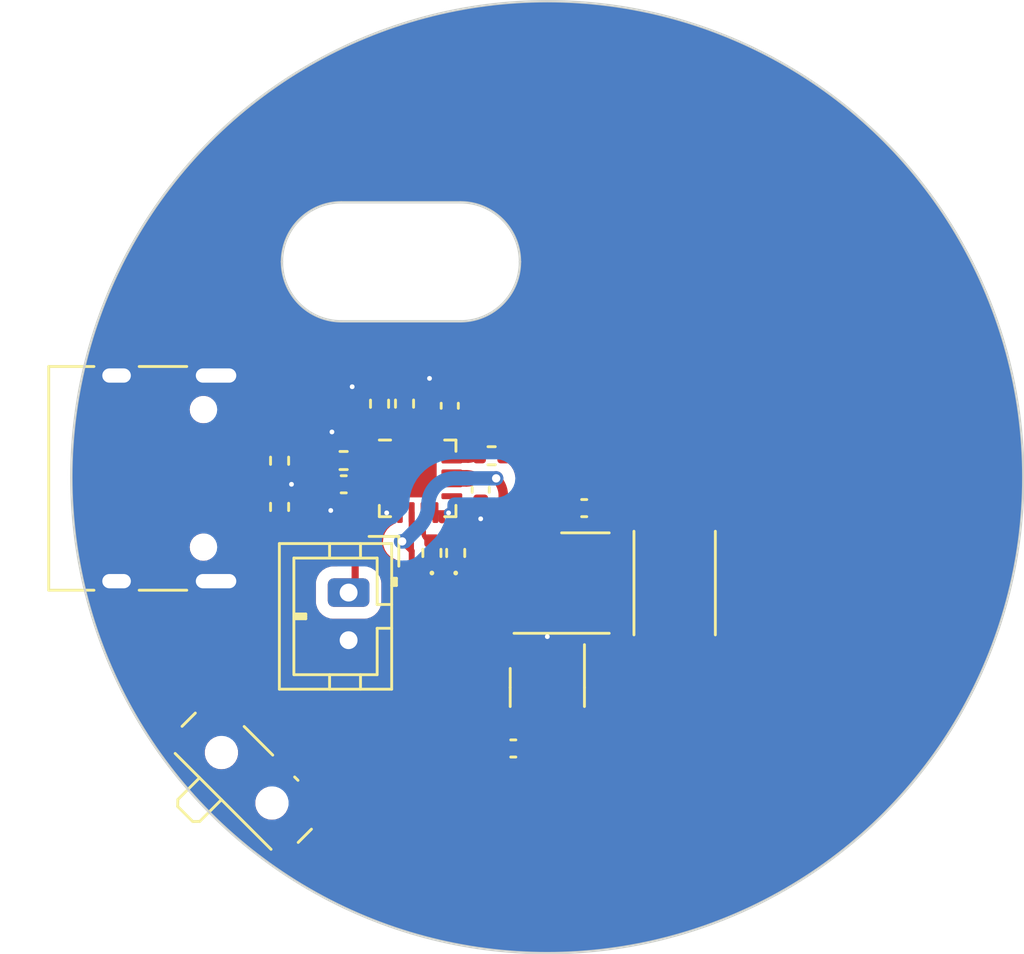
<source format=kicad_pcb>
(kicad_pcb (version 20221018) (generator pcbnew)
  (layers (0 "F.Cu" signal) (31 "B.Cu" signal) (34 "B.Paste" user) (35 "F.Paste" user) (36 "B.SilkS" user "B.Silkscreen") (37 "F.SilkS" user "F.Silkscreen") (38 "B.Mask" user) (39 "F.Mask" user) (44 "Edge.Cuts" user))
  (net 0 "")
  (net 1 "OUT")
  (net 2 "GND")
  (net 3 "Net-(J2-Pin_1)")
  (net 4 "VBUS")
  (net 5 "Net-(D1-K)")
  (net 6 "Net-(D2-K)")
  (net 7 "Net-(J1-CC1)")
  (net 11 "Net-(J1-CC2)")
  (net 15 "Net-(MainLED1-A)")
  (net 16 "Net-(U1-ITERM)")
  (net 17 "Net-(U1-ILIM)")
  (net 18 "Net-(U1-ISET)")
  (net 19 "Net-(U1-~{CHG})")
  (net 20 "Net-(U1-~{PGOOD})")
  (net 21 "Net-(U1-TS)")
  (net 22 "SWITCHED_OUT")
  (net 24 "Net-(MainLED1-K)")
  (net 25 "Net-(U2-SW)")
  (footprint "LED_SMD:LED_0402_1005Metric" (layer "F.Cu") (at 34.1 40.0675 -90)
    (fp_text reference "D1")
    (fp_text value "0402 led")
    (fp_circle (center -1.09 0) (end -1.04 0) (stroke (width 0.1)) (fill none) (layer "F.SilkS"))
    (pad "1" smd roundrect (at -0.485 0 270) (size 0.59 0.64) (layers "F.Cu" "F.Paste" "F.Mask") (net 5 "Net-(D1-K)"))
    (pad "2" smd roundrect (at 0.485 0 270) (size 0.59 0.64) (layers "F.Cu" "F.Paste" "F.Mask") (net 1 "OUT"))
  )
  (footprint "Inductor_SMD_Wurth:L_Wurth_WE-LQSH-4020" (layer "F.Cu") (at 39.55 39.4)
    (fp_text reference "L1")
    (fp_text value "2.2uH 4020")
    (fp_line (start -2 2.11) (end 2 2.11) (stroke (width 0.12)) (layer "F.SilkS"))
    (fp_line (start 0 -2.11) (end 2 -2.11) (stroke (width 0.12)) (layer "F.SilkS"))
    (pad "1" smd rect (at -1.55 0) (size 1.2 3.3) (layers "F.Cu" "F.Paste" "F.Mask") (net 25 "Net-(U2-SW)"))
    (pad "2" smd rect (at 1.55 0) (size 1.2 3.3) (layers "F.Cu" "F.Paste" "F.Mask") (net 15 "Net-(MainLED1-A)"))
  )
  (footprint "Resistor_SMD:R_2512_6332Metric" (layer "F.Cu") (at 44.3 39.4 90)
    (fp_text reference "R9")
    (fp_text value "400mΩ 2512")
    (fp_line (start -2.177064 -1.71) (end 2.177064 -1.71) (stroke (width 0.12)) (layer "F.SilkS"))
    (fp_line (start -2.177064 1.71) (end 2.177064 1.71) (stroke (width 0.12)) (layer "F.SilkS"))
    (pad "1" smd roundrect (at -2.9625 0 90) (size 1.225 3.35) (layers "F.Cu" "F.Paste" "F.Mask") (roundrect_rratio 0.2040816327) (net 24 "Net-(MainLED1-K)"))
    (pad "2" smd roundrect (at 2.9625 0 90) (size 1.225 3.35) (layers "F.Cu" "F.Paste" "F.Mask") (roundrect_rratio 0.2040816327) (net 2 "GND"))
  )
  (footprint "VJLPE1:VJLPE1" (layer "F.Cu") (at 38.95 36.15 90)
    (fp_text reference "MainLED2")
    (fp_text value "GW VJLPE1")
    (pad "1" smd custom (at 0 -0.3125 180) (size 0.285 0.91) (layers "F.Cu" "F.Paste" "F.Mask") (net 24 "Net-(MainLED1-K)") (options (clearance outline) (anchor rect)) (primitives (gr_poly (pts (xy -0.1875 0.051) (xy -0.1875 0.455) (xy 0.1425 0.455) (xy 0.1425 -0.455) (xy -0.1875 -0.455) (xy -0.1875 -0.05) (xy -0.1465 0)) (width 0) (fill yes))))
    (pad "2" smd rect (at 0 0.29 180) (size 0.33 0.91) (layers "F.Cu" "F.Paste" "F.Mask") (net 15 "Net-(MainLED1-A)"))
  )
  (footprint "Button_Switch_SMD:SW_SPDT_PCM12" (layer "F.Cu") (at 26.55 47.35 -45)
    (fp_text reference "SW1")
    (fp_text value "SW_SPDT")
    (fp_line (start -3.45 -0.07) (end -3.45 0.72) (stroke (width 0.12)) (layer "F.SilkS"))
    (fp_line (start -2.85 1.73) (end 2.85 1.73) (stroke (width 0.12)) (layer "F.SilkS"))
    (fp_line (start -1.6 -1.12) (end 0.1 -1.12) (stroke (width 0.12)) (layer "F.SilkS"))
    (fp_line (start -1.4 1.73) (end -1.4 3.02) (stroke (width 0.12)) (layer "F.SilkS"))
    (fp_line (start -1.4 3.02) (end -1.2 3.23) (stroke (width 0.12)) (layer "F.SilkS"))
    (fp_line (start -1.2 3.23) (end -0.3 3.23) (stroke (width 0.12)) (layer "F.SilkS"))
    (fp_line (start -0.1 3.02) (end -0.3 3.23) (stroke (width 0.12)) (layer "F.SilkS"))
    (fp_line (start -0.1 3.02) (end -0.1 1.73) (stroke (width 0.12)) (layer "F.SilkS"))
    (fp_line (start 1.4 -1.12) (end 1.6 -1.12) (stroke (width 0.12)) (layer "F.SilkS"))
    (fp_line (start 3.45 0.72) (end 3.45 -0.07) (stroke (width 0.12)) (layer "F.SilkS"))
    (pad "" smd rect (at -3.65 -0.78 315) (size 1 0.8) (layers "F.Cu" "F.Paste" "F.Mask"))
    (pad "" smd rect (at -3.65 1.43 315) (size 1 0.8) (layers "F.Cu" "F.Paste" "F.Mask"))
    (pad "" np_thru_hole circle (at -1.5 0.33 315) (size 0.9 0.9) (drill 0.9) (layers "*.Cu" "*.Mask"))
    (pad "" np_thru_hole circle (at 1.5 0.33 315) (size 0.9 0.9) (drill 0.9) (layers "*.Cu" "*.Mask"))
    (pad "" smd rect (at 3.65 -0.78 315) (size 1 0.8) (layers "F.Cu" "F.Paste" "F.Mask"))
    (pad "" smd rect (at 3.65 1.43 315) (size 1 0.8) (layers "F.Cu" "F.Paste" "F.Mask"))
    (pad "1" smd rect (at -2.25 -1.43 315) (size 0.7 1.5) (layers "F.Cu" "F.Paste" "F.Mask"))
    (pad "2" smd rect (at 0.75 -1.43 315) (size 0.7 1.5) (layers "F.Cu" "F.Paste" "F.Mask") (net 1 "OUT"))
    (pad "3" smd rect (at 2.25 -1.43 315) (size 0.7 1.5) (layers "F.Cu" "F.Paste" "F.Mask") (net 22 "SWITCHED_OUT"))
  )
  (footprint "Capacitor_SMD:C_0402_1005Metric" (layer "F.Cu") (at 40.5 36.25)
    (fp_text reference "C5")
    (fp_text value "0402 4.7uF")
    (fp_line (start -0.107836 -0.36) (end 0.107836 -0.36) (stroke (width 0.12)) (layer "F.SilkS"))
    (fp_line (start -0.107836 0.36) (end 0.107836 0.36) (stroke (width 0.12)) (layer "F.SilkS"))
    (pad "1" smd roundrect (at -0.48 0) (size 0.56 0.62) (layers "F.Cu" "F.Paste" "F.Mask") (net 15 "Net-(MainLED1-A)"))
    (pad "2" smd roundrect (at 0.48 0) (size 0.56 0.62) (layers "F.Cu" "F.Paste" "F.Mask") (net 2 "GND"))
  )
  (footprint "Resistor_SMD:R_0402_1005Metric" (layer "F.Cu") (at 35.1 38.134999 -90)
    (fp_text reference "R4")
    (fp_text value "1.5K 0402")
    (fp_line (start -0.153641 -0.38) (end 0.153641 -0.38) (stroke (width 0.12)) (layer "F.SilkS"))
    (fp_line (start -0.153641 0.38) (end 0.153641 0.38) (stroke (width 0.12)) (layer "F.SilkS"))
    (pad "1" smd roundrect (at -0.51 0 270) (size 0.54 0.64) (layers "F.Cu" "F.Paste" "F.Mask") (net 19 "Net-(U1-~{CHG})"))
    (pad "2" smd roundrect (at 0.51 0 270) (size 0.54 0.64) (layers "F.Cu" "F.Paste" "F.Mask") (net 6 "Net-(D2-K)"))
  )
  (footprint "Capacitor_SMD:C_0402_1005Metric" (layer "F.Cu") (at 34.85 31.95 90)
    (fp_text reference "C3")
    (fp_text value "0402 1uF")
    (fp_line (start -0.107836 -0.36) (end 0.107836 -0.36) (stroke (width 0.12)) (layer "F.SilkS"))
    (fp_line (start -0.107836 0.36) (end 0.107836 0.36) (stroke (width 0.12)) (layer "F.SilkS"))
    (pad "1" smd roundrect (at -0.48 0 90) (size 0.56 0.62) (layers "F.Cu" "F.Paste" "F.Mask") (net 4 "VBUS"))
    (pad "2" smd roundrect (at 0.48 0 90) (size 0.56 0.62) (layers "F.Cu" "F.Paste" "F.Mask") (net 2 "GND"))
  )
  (footprint "Resistor_SMD:R_0402_1005Metric" (layer "F.Cu") (at 27.7 36.2 90)
    (fp_text reference "R8")
    (fp_text value "5.1K 0402")
    (fp_line (start -0.153641 -0.38) (end 0.153641 -0.38) (stroke (width 0.12)) (layer "F.SilkS"))
    (fp_line (start -0.153641 0.38) (end 0.153641 0.38) (stroke (width 0.12)) (layer "F.SilkS"))
    (pad "1" smd roundrect (at -0.51 0 90) (size 0.54 0.64) (layers "F.Cu" "F.Paste" "F.Mask") (net 11 "Net-(J1-CC2)"))
    (pad "2" smd roundrect (at 0.51 0 90) (size 0.54 0.64) (layers "F.Cu" "F.Paste" "F.Mask") (net 2 "GND"))
  )
  (footprint "VJLPE1:VJLPE1" (layer "F.Cu") (at 38.95 33.75 90)
    (fp_text reference "MainLED3")
    (fp_text value "GW VJLPE1")
    (pad "1" smd custom (at 0 -0.3125 180) (size 0.285 0.91) (layers "F.Cu" "F.Paste" "F.Mask") (net 24 "Net-(MainLED1-K)") (options (clearance outline) (anchor rect)) (primitives (gr_poly (pts (xy -0.1875 0.051) (xy -0.1875 0.455) (xy 0.1425 0.455) (xy 0.1425 -0.455) (xy -0.1875 -0.455) (xy -0.1875 -0.05) (xy -0.1465 0)) (width 0) (fill yes))))
    (pad "2" smd rect (at 0 0.29 180) (size 0.33 0.91) (layers "F.Cu" "F.Paste" "F.Mask") (net 15 "Net-(MainLED1-A)"))
  )
  (footprint "Package_TO_SOT_SMD:SOT-23-5" (layer "F.Cu") (at 38.95 43.7875 -90)
    (fp_text reference "U2")
    (fp_text value "TLV62569DBV")
    (fp_line (start 0 -1.56) (end -1.8 -1.56) (stroke (width 0.12)) (layer "F.SilkS"))
    (fp_line (start 0 -1.56) (end 0.8 -1.56) (stroke (width 0.12)) (layer "F.SilkS"))
    (fp_line (start 0 1.56) (end -0.8 1.56) (stroke (width 0.12)) (layer "F.SilkS"))
    (fp_line (start 0 1.56) (end 0.8 1.56) (stroke (width 0.12)) (layer "F.SilkS"))
    (pad "1" smd roundrect (at -1.1375 -0.95 270) (size 1.325 0.6) (layers "F.Cu" "F.Paste" "F.Mask") (net 22 "SWITCHED_OUT"))
    (pad "2" smd roundrect (at -1.1375 0 270) (size 1.325 0.6) (layers "F.Cu" "F.Paste" "F.Mask") (net 2 "GND"))
    (pad "3" smd roundrect (at -1.1375 0.95 270) (size 1.325 0.6) (layers "F.Cu" "F.Paste" "F.Mask") (net 25 "Net-(U2-SW)"))
    (pad "4" smd roundrect (at 1.1375 0.95 270) (size 1.325 0.6) (layers "F.Cu" "F.Paste" "F.Mask") (net 22 "SWITCHED_OUT"))
    (pad "5" smd roundrect (at 1.1375 -0.95 270) (size 1.325 0.6) (layers "F.Cu" "F.Paste" "F.Mask") (net 24 "Net-(MainLED1-K)"))
  )
  (footprint "Capacitor_SMD:C_0402_1005Metric" (layer "F.Cu") (at 37.52 46.35 180)
    (fp_text reference "C4")
    (fp_text value "0402 4.7uF")
    (fp_line (start -0.107836 -0.36) (end 0.107836 -0.36) (stroke (width 0.12)) (layer "F.SilkS"))
    (fp_line (start -0.107836 0.36) (end 0.107836 0.36) (stroke (width 0.12)) (layer "F.SilkS"))
    (pad "1" smd roundrect (at -0.48 0 180) (size 0.56 0.62) (layers "F.Cu" "F.Paste" "F.Mask") (net 22 "SWITCHED_OUT"))
    (pad "2" smd roundrect (at 0.48 0 180) (size 0.56 0.62) (layers "F.Cu" "F.Paste" "F.Mask") (net 2 "GND"))
  )
  (footprint "VJLPE1:VJLPE1" (layer "F.Cu") (at 38.95 34.95 90)
    (fp_text reference "MainLED1")
    (fp_text value "GW VJLPE1")
    (pad "1" smd custom (at 0 -0.3125 180) (size 0.285 0.91) (layers "F.Cu" "F.Paste" "F.Mask") (net 24 "Net-(MainLED1-K)") (options (clearance outline) (anchor rect)) (primitives (gr_poly (pts (xy -0.1875 0.051) (xy -0.1875 0.455) (xy 0.1425 0.455) (xy 0.1425 -0.455) (xy -0.1875 -0.455) (xy -0.1875 -0.05) (xy -0.1465 0)) (width 0) (fill yes))))
    (pad "2" smd rect (at 0 0.29 180) (size 0.33 0.91) (layers "F.Cu" "F.Paste" "F.Mask") (net 15 "Net-(MainLED1-A)"))
  )
  (footprint "Resistor_SMD:R_0402_1005Metric" (layer "F.Cu") (at 30.39 34.25 180)
    (fp_text reference "R6")
    (fp_text value "10K 0402")
    (fp_line (start -0.153641 -0.38) (end 0.153641 -0.38) (stroke (width 0.12)) (layer "F.SilkS"))
    (fp_line (start -0.153641 0.38) (end 0.153641 0.38) (stroke (width 0.12)) (layer "F.SilkS"))
    (pad "1" smd roundrect (at -0.51 0 180) (size 0.54 0.64) (layers "F.Cu" "F.Paste" "F.Mask") (net 21 "Net-(U1-TS)"))
    (pad "2" smd roundrect (at 0.51 0 180) (size 0.54 0.64) (layers "F.Cu" "F.Paste" "F.Mask") (net 2 "GND"))
  )
  (footprint "Capacitor_SMD:C_0402_1005Metric" (layer "F.Cu") (at 30.395 35.25 180)
    (fp_text reference "C2")
    (fp_text value "0402 4.7uF")
    (fp_line (start -0.107836 -0.36) (end 0.107836 -0.36) (stroke (width 0.12)) (layer "F.SilkS"))
    (fp_line (start -0.107836 0.36) (end 0.107836 0.36) (stroke (width 0.12)) (layer "F.SilkS"))
    (pad "1" smd roundrect (at -0.48 0 180) (size 0.56 0.62) (layers "F.Cu" "F.Paste" "F.Mask") (net 3 "Net-(J2-Pin_1)"))
    (pad "2" smd roundrect (at 0.48 0 180) (size 0.56 0.62) (layers "F.Cu" "F.Paste" "F.Mask") (net 2 "GND"))
  )
  (footprint "Resistor_SMD:R_0402_1005Metric" (layer "F.Cu") (at 32.95 31.859999 -90)
    (fp_text reference "R1")
    (fp_text value "4.12K 0402")
    (fp_line (start -0.153641 -0.38) (end 0.153641 -0.38) (stroke (width 0.12)) (layer "F.SilkS"))
    (fp_line (start -0.153641 0.38) (end 0.153641 0.38) (stroke (width 0.12)) (layer "F.SilkS"))
    (pad "1" smd roundrect (at -0.51 0 270) (size 0.54 0.64) (layers "F.Cu" "F.Paste" "F.Mask") (net 2 "GND"))
    (pad "2" smd roundrect (at 0.51 0 270) (size 0.54 0.64) (layers "F.Cu" "F.Paste" "F.Mask") (net 16 "Net-(U1-ITERM)"))
  )
  (footprint "Resistor_SMD:R_0402_1005Metric" (layer "F.Cu") (at 36.609999 34.05 180)
    (fp_text reference "R2")
    (fp_text value "1.18K 0402")
    (fp_line (start -0.153641 -0.38) (end 0.153641 -0.38) (stroke (width 0.12)) (layer "F.SilkS"))
    (fp_line (start -0.153641 0.38) (end 0.153641 0.38) (stroke (width 0.12)) (layer "F.SilkS"))
    (pad "1" smd roundrect (at -0.51 0 180) (size 0.54 0.64) (layers "F.Cu" "F.Paste" "F.Mask") (net 2 "GND"))
    (pad "2" smd roundrect (at 0.51 0 180) (size 0.54 0.64) (layers "F.Cu" "F.Paste" "F.Mask") (net 17 "Net-(U1-ILIM)"))
  )
  (footprint "LED_SMD:LED_0402_1005Metric" (layer "F.Cu") (at 35.1 40.0675 -90)
    (fp_text reference "D2")
    (fp_text value "0402 led")
    (fp_circle (center -1.09 0) (end -1.04 0) (stroke (width 0.1)) (fill none) (layer "F.SilkS"))
    (pad "1" smd roundrect (at -0.485 0 270) (size 0.59 0.64) (layers "F.Cu" "F.Paste" "F.Mask") (net 6 "Net-(D2-K)"))
    (pad "2" smd roundrect (at 0.485 0 270) (size 0.59 0.64) (layers "F.Cu" "F.Paste" "F.Mask") (net 1 "OUT"))
  )
  (footprint "Package_DFN_QFN:VQFN-16-1EP_3x3mm_P0.5mm_EP1.6x1.6mm" (layer "F.Cu") (at 33.5 35)
    (fp_text reference "U1")
    (fp_text value "BQ24074RGT")
    (fp_line (start -1.61 1.61) (end -1.61 1.135) (stroke (width 0.12)) (layer "F.SilkS"))
    (fp_line (start -1.135 -1.61) (end -1.61 -1.61) (stroke (width 0.12)) (layer "F.SilkS"))
    (fp_line (start -1.135 1.61) (end -1.61 1.61) (stroke (width 0.12)) (layer "F.SilkS"))
    (fp_line (start 1.135 -1.61) (end 1.61 -1.61) (stroke (width 0.12)) (layer "F.SilkS"))
    (fp_line (start 1.135 1.61) (end 1.61 1.61) (stroke (width 0.12)) (layer "F.SilkS"))
    (fp_line (start 1.61 -1.61) (end 1.61 -1.135) (stroke (width 0.12)) (layer "F.SilkS"))
    (fp_line (start 1.61 1.61) (end 1.61 1.135) (stroke (width 0.12)) (layer "F.SilkS"))
    (pad "1" smd roundrect (at -1.4375 -0.75) (size 0.875 0.25) (layers "F.Cu" "F.Paste" "F.Mask") (net 21 "Net-(U1-TS)"))
    (pad "2" smd roundrect (at -1.4375 -0.25) (size 0.875 0.25) (layers "F.Cu" "F.Paste" "F.Mask") (net 3 "Net-(J2-Pin_1)"))
    (pad "3" smd roundrect (at -1.4375 0.25) (size 0.875 0.25) (layers "F.Cu" "F.Paste" "F.Mask") (net 3 "Net-(J2-Pin_1)"))
    (pad "4" smd roundrect (at -1.4375 0.75) (size 0.875 0.25) (layers "F.Cu" "F.Paste" "F.Mask") (net 2 "GND"))
    (pad "5" smd roundrect (at -0.75 1.4375) (size 0.25 0.875) (layers "F.Cu" "F.Paste" "F.Mask") (net 2 "GND"))
    (pad "6" smd roundrect (at -0.25 1.4375) (size 0.25 0.875) (layers "F.Cu" "F.Paste" "F.Mask") (net 1 "OUT"))
    (pad "7" smd roundrect (at 0.25 1.4375) (size 0.25 0.875) (layers "F.Cu" "F.Paste" "F.Mask") (net 20 "Net-(U1-~{PGOOD})"))
    (pad "8" smd roundrect (at 0.75 1.4375) (size 0.25 0.875) (layers "F.Cu" "F.Paste" "F.Mask") (net 2 "GND"))
    (pad "9" smd roundrect (at 1.4375 0.75) (size 0.875 0.25) (layers "F.Cu" "F.Paste" "F.Mask") (net 19 "Net-(U1-~{CHG})"))
    (pad "10" smd roundrect (at 1.4375 0.25) (size 0.875 0.25) (layers "F.Cu" "F.Paste" "F.Mask") (net 1 "OUT"))
    (pad "11" smd roundrect (at 1.4375 -0.25) (size 0.875 0.25) (layers "F.Cu" "F.Paste" "F.Mask") (net 1 "OUT"))
    (pad "12" smd roundrect (at 1.4375 -0.75) (size 0.875 0.25) (layers "F.Cu" "F.Paste" "F.Mask") (net 17 "Net-(U1-ILIM)"))
    (pad "13" smd roundrect (at 0.75 -1.4375) (size 0.25 0.875) (layers "F.Cu" "F.Paste" "F.Mask") (net 4 "VBUS"))
    (pad "14" smd roundrect (at 0.25 -1.4375) (size 0.25 0.875) (layers "F.Cu" "F.Paste" "F.Mask") (net 2 "GND"))
    (pad "15" smd roundrect (at -0.25 -1.4375) (size 0.25 0.875) (layers "F.Cu" "F.Paste" "F.Mask") (net 16 "Net-(U1-ITERM)"))
    (pad "16" smd roundrect (at -0.75 -1.4375) (size 0.25 0.875) (layers "F.Cu" "F.Paste" "F.Mask") (net 18 "Net-(U1-ISET)"))
    (pad "17" smd rect (at 0 0) (size 1.6 1.6) (layers "F.Cu" "F.Mask") (net 2 "GND"))
  )
  (footprint "Resistor_SMD:R_0402_1005Metric" (layer "F.Cu") (at 34.1 38.135 -90)
    (fp_text reference "R5")
    (fp_text value "1.5K 0402")
    (fp_line (start -0.153641 -0.38) (end 0.153641 -0.38) (stroke (width 0.12)) (layer "F.SilkS"))
    (fp_line (start -0.153641 0.38) (end 0.153641 0.38) (stroke (width 0.12)) (layer "F.SilkS"))
    (pad "1" smd roundrect (at -0.51 0 270) (size 0.54 0.64) (layers "F.Cu" "F.Paste" "F.Mask") (net 20 "Net-(U1-~{PGOOD})"))
    (pad "2" smd roundrect (at 0.51 0 270) (size 0.54 0.64) (layers "F.Cu" "F.Paste" "F.Mask") (net 5 "Net-(D1-K)"))
  )
  (footprint "Connector_JST:JST_PH_B2B-PH-K_1x02_P2.00mm_Vertical" (layer "F.Cu") (at 30.6 39.8 -90)
    (fp_text reference "J2")
    (fp_text value "Conn_01x02")
    (fp_line (start -2.36 -2.11) (end -2.36 -0.86) (stroke (width 0.12)) (layer "F.SilkS"))
    (fp_line (start -2.06 -1.81) (end -2.06 2.91) (stroke (width 0.12)) (layer "F.SilkS"))
    (fp_line (start -2.06 -0.5) (end -1.45 -0.5) (stroke (width 0.12)) (layer "F.SilkS"))
    (fp_line (start -2.06 0.8) (end -1.45 0.8) (stroke (width 0.12)) (layer "F.SilkS"))
    (fp_line (start -2.06 2.91) (end 4.06 2.91) (stroke (width 0.12)) (layer "F.SilkS"))
    (fp_line (start -1.45 -1.2) (end -1.45 2.3) (stroke (width 0.12)) (layer "F.SilkS"))
    (fp_line (start -1.45 2.3) (end 3.45 2.3) (stroke (width 0.12)) (layer "F.SilkS"))
    (fp_line (start -1.11 -2.11) (end -2.36 -2.11) (stroke (width 0.12)) (layer "F.SilkS"))
    (fp_line (start -0.6 -2.01) (end -0.6 -1.81) (stroke (width 0.12)) (layer "F.SilkS"))
    (fp_line (start -0.3 -2.01) (end -0.6 -2.01) (stroke (width 0.12)) (layer "F.SilkS"))
    (fp_line (start -0.3 -1.91) (end -0.6 -1.91) (stroke (width 0.12)) (layer "F.SilkS"))
    (fp_line (start -0.3 -1.81) (end -0.3 -2.01) (stroke (width 0.12)) (layer "F.SilkS"))
    (fp_line (start 0.5 -1.81) (end 0.5 -1.2) (stroke (width 0.12)) (layer "F.SilkS"))
    (fp_line (start 0.5 -1.2) (end -1.45 -1.2) (stroke (width 0.12)) (layer "F.SilkS"))
    (fp_line (start 0.9 1.8) (end 1.1 1.8) (stroke (width 0.12)) (layer "F.SilkS"))
    (fp_line (start 0.9 2.3) (end 0.9 1.8) (stroke (width 0.12)) (layer "F.SilkS"))
    (fp_line (start 1 2.3) (end 1 1.8) (stroke (width 0.12)) (layer "F.SilkS"))
    (fp_line (start 1.1 1.8) (end 1.1 2.3) (stroke (width 0.12)) (layer "F.SilkS"))
    (fp_line (start 1.5 -1.2) (end 1.5 -1.81) (stroke (width 0.12)) (layer "F.SilkS"))
    (fp_line (start 3.45 -1.2) (end 1.5 -1.2) (stroke (width 0.12)) (layer "F.SilkS"))
    (fp_line (start 3.45 2.3) (end 3.45 -1.2) (stroke (width 0.12)) (layer "F.SilkS"))
    (fp_line (start 4.06 -1.81) (end -2.06 -1.81) (stroke (width 0.12)) (layer "F.SilkS"))
    (fp_line (start 4.06 -0.5) (end 3.45 -0.5) (stroke (width 0.12)) (layer "F.SilkS"))
    (fp_line (start 4.06 0.8) (end 3.45 0.8) (stroke (width 0.12)) (layer "F.SilkS"))
    (fp_line (start 4.06 2.91) (end 4.06 -1.81) (stroke (width 0.12)) (layer "F.SilkS"))
    (pad "1" thru_hole roundrect (at 0 0 270) (size 1.2 1.75) (drill 0.75) (layers "*.Cu" "*.Mask") (roundrect_rratio 0.2083333333) (net 3 "Net-(J2-Pin_1)"))
    (pad "2" thru_hole oval (at 2 0 270) (size 1.2 1.75) (drill 0.75) (layers "*.Cu" "*.Mask") (net 2 "GND"))
  )
  (footprint "Resistor_SMD:R_0402_1005Metric" (layer "F.Cu") (at 27.7 34.259999 -90)
    (fp_text reference "R7")
    (fp_text value "5.1K 0402")
    (fp_line (start -0.153641 -0.38) (end 0.153641 -0.38) (stroke (width 0.12)) (layer "F.SilkS"))
    (fp_line (start -0.153641 0.38) (end 0.153641 0.38) (stroke (width 0.12)) (layer "F.SilkS"))
    (pad "1" smd roundrect (at -0.51 0 270) (size 0.54 0.64) (layers "F.Cu" "F.Paste" "F.Mask") (net 7 "Net-(J1-CC1)"))
    (pad "2" smd roundrect (at 0.51 0 270) (size 0.54 0.64) (layers "F.Cu" "F.Paste" "F.Mask") (net 2 "GND"))
  )
  (footprint "Capacitor_SMD:C_0402_1005Metric" (layer "F.Cu") (at 36.15 35.48 -90)
    (fp_text reference "C1")
    (fp_text value "0402 4.7uF")
    (fp_line (start -0.107836 -0.36) (end 0.107836 -0.36) (stroke (width 0.12)) (layer "F.SilkS"))
    (fp_line (start -0.107836 0.36) (end 0.107836 0.36) (stroke (width 0.12)) (layer "F.SilkS"))
    (pad "1" smd roundrect (at -0.48 0 270) (size 0.56 0.62) (layers "F.Cu" "F.Paste" "F.Mask") (net 1 "OUT"))
    (pad "2" smd roundrect (at 0.48 0 270) (size 0.56 0.62) (layers "F.Cu" "F.Paste" "F.Mask") (net 2 "GND"))
  )
  (footprint "Connector_USB:USB_C_Receptacle_HRO_TYPE-C-31-M-12" (layer "F.Cu") (at 21.9 35 -90)
    (fp_text reference "J1")
    (fp_text value "HRO_TYPE_C_31_M_12")
    (fp_line (start -4.7 -1.9) (end -4.7 0.1) (stroke (width 0.12)) (layer "F.SilkS"))
    (fp_line (start -4.7 2) (end -4.7 3.9) (stroke (width 0.12)) (layer "F.SilkS"))
    (fp_line (start -4.7 3.9) (end 4.7 3.9) (stroke (width 0.12)) (layer "F.SilkS"))
    (fp_line (start 4.7 -1.9) (end 4.7 0.1) (stroke (width 0.12)) (layer "F.SilkS"))
    (fp_line (start 4.7 2) (end 4.7 3.9) (stroke (width 0.12)) (layer "F.SilkS"))
    (pad "" np_thru_hole circle (at -2.89 -2.6 270) (size 0.65 0.65) (drill 0.65) (layers "*.Cu" "*.Mask"))
    (pad "" np_thru_hole circle (at 2.89 -2.6 270) (size 0.65 0.65) (drill 0.65) (layers "*.Cu" "*.Mask"))
    (pad "A1" smd rect (at -3.25 -4.045 270) (size 0.6 1.45) (layers "F.Cu" "F.Paste" "F.Mask") (net 2 "GND"))
    (pad "A4" smd rect (at -2.45 -4.045 270) (size 0.6 1.45) (layers "F.Cu" "F.Paste" "F.Mask") (net 4 "VBUS"))
    (pad "A5" smd rect (at -1.25 -4.045 270) (size 0.3 1.45) (layers "F.Cu" "F.Paste" "F.Mask") (net 7 "Net-(J1-CC1)"))
    (pad "A6" smd rect (at -0.25 -4.045 270) (size 0.3 1.45) (layers "F.Cu" "F.Paste" "F.Mask"))
    (pad "A7" smd rect (at 0.25 -4.045 270) (size 0.3 1.45) (layers "F.Cu" "F.Paste" "F.Mask"))
    (pad "A8" smd rect (at 1.25 -4.045 270) (size 0.3 1.45) (layers "F.Cu" "F.Paste" "F.Mask"))
    (pad "A9" smd rect (at 2.45 -4.045 270) (size 0.6 1.45) (layers "F.Cu" "F.Paste" "F.Mask") (net 4 "VBUS"))
    (pad "A12" smd rect (at 3.25 -4.045 270) (size 0.6 1.45) (layers "F.Cu" "F.Paste" "F.Mask") (net 2 "GND"))
    (pad "B1" smd rect (at 3.25 -4.045 270) (size 0.6 1.45) (layers "F.Cu" "F.Paste" "F.Mask") (net 2 "GND"))
    (pad "B4" smd rect (at 2.45 -4.045 270) (size 0.6 1.45) (layers "F.Cu" "F.Paste" "F.Mask") (net 4 "VBUS"))
    (pad "B5" smd rect (at 1.75 -4.045 270) (size 0.3 1.45) (layers "F.Cu" "F.Paste" "F.Mask") (net 11 "Net-(J1-CC2)"))
    (pad "B6" smd rect (at 0.75 -4.045 270) (size 0.3 1.45) (layers "F.Cu" "F.Paste" "F.Mask"))
    (pad "B7" smd rect (at -0.75 -4.045 270) (size 0.3 1.45) (layers "F.Cu" "F.Paste" "F.Mask"))
    (pad "B8" smd rect (at -1.75 -4.045 270) (size 0.3 1.45) (layers "F.Cu" "F.Paste" "F.Mask"))
    (pad "B9" smd rect (at -2.45 -4.045 270) (size 0.6 1.45) (layers "F.Cu" "F.Paste" "F.Mask") (net 4 "VBUS"))
    (pad "B12" smd rect (at -3.25 -4.045 270) (size 0.6 1.45) (layers "F.Cu" "F.Paste" "F.Mask") (net 2 "GND"))
    (pad "S1" thru_hole oval (at -4.32 -3.13 270) (size 1 2.1) (drill oval 0.6 1.7) (layers "*.Cu" "*.Mask") (net 2 "GND"))
    (pad "S1" thru_hole oval (at -4.32 1.05 270) (size 1 1.6) (drill oval 0.6 1.2) (layers "*.Cu" "*.Mask") (net 2 "GND"))
    (pad "S1" thru_hole oval (at 4.32 -3.13 270) (size 1 2.1) (drill oval 0.6 1.7) (layers "*.Cu" "*.Mask") (net 2 "GND"))
    (pad "S1" thru_hole oval (at 4.32 1.05 270) (size 1 1.6) (drill oval 0.6 1.2) (layers "*.Cu" "*.Mask") (net 2 "GND"))
  )
  (footprint "Resistor_SMD:R_0402_1005Metric" (layer "F.Cu") (at 31.9 31.865001 -90)
    (fp_text reference "R3")
    (fp_text value "1.13K 0402")
    (fp_line (start -0.153641 -0.38) (end 0.153641 -0.38) (stroke (width 0.12)) (layer "F.SilkS"))
    (fp_line (start -0.153641 0.38) (end 0.153641 0.38) (stroke (width 0.12)) (layer "F.SilkS"))
    (pad "1" smd roundrect (at -0.51 0 270) (size 0.54 0.64) (layers "F.Cu" "F.Paste" "F.Mask") (net 2 "GND"))
    (pad "2" smd roundrect (at 0.51 0 270) (size 0.54 0.64) (layers "F.Cu" "F.Paste" "F.Mask") (net 18 "Net-(U1-ISET)"))
  )
  (gr_circle (center 38.95 34.95) (end 58.95 34.95) (stroke (width 0.1)) (fill none) (layer "Edge.Cuts"))
  (gr_arc (start 37.8 25.9) (mid 37.067767 27.667767) (end 35.3 28.4) (stroke (width 0.1)) (layer "Edge.Cuts"))
  (gr_arc (start 35.3 23.4) (mid 37.067767 24.132233) (end 37.8 25.9) (stroke (width 0.1)) (layer "Edge.Cuts"))
  (gr_line (start 37.8 25.9) (end 37.8 25.9) (stroke (width 0.1)) (layer "Edge.Cuts"))
  (gr_line (start 27.8 25.9) (end 27.8 25.9) (stroke (width 0.1)) (layer "Edge.Cuts"))
  (gr_arc (start 30.3 28.4) (mid 28.532233 27.667767) (end 27.8 25.9) (stroke (width 0.1)) (layer "Edge.Cuts"))
  (gr_line (start 30.3 23.4) (end 35.3 23.4) (stroke (width 0.1)) (layer "Edge.Cuts"))
  (gr_line (start 35.3 28.4) (end 30.3 28.4) (stroke (width 0.1)) (layer "Edge.Cuts"))
  (gr_arc (start 27.8 25.9) (mid 28.532233 24.132233) (end 30.3 23.4) (stroke (width 0.1)) (layer "Edge.Cuts"))
  (segment (start 32.102513 42.858148) (end 31.58033 43.38033) (width 0.4) (layer "F.Cu") (net 1))
  (segment (start 37.1 35.724264) (end 37.1 36.996447) (width 0.4) (layer "F.Cu") (net 1))
  (segment (start 34.9375 35.25) (end 35.546447 35.25) (width 0.2) (layer "F.Cu") (net 1))
  (segment (start 36.046447 41.203554) (end 35.45 41.8) (width 0.4) (layer "F.Cu") (net 1))
  (segment (start 34.242894 42.3) (end 33.45 42.3) (width 0.4) (layer "F.Cu") (net 1))
  (segment (start 33.251562 38.051562) (end 33.251562 39.770614) (width 0.25) (layer "F.Cu") (net 1))
  (segment (start 33.882098 41.078562) (end 31.58033 43.38033) (width 0.4) (layer "F.Cu") (net 1))
  (segment (start 36.4 38.686396) (end 36.4 40.35) (width 0.4) (layer "F.Cu") (net 1))
  (segment (start 33.246367 37.028633) (end 33.246367 38.053306) (width 0.2) (layer "F.Cu") (net 1))
  (segment (start 34.9375 34.75) (end 35.546447 34.75) (width 0.2) (layer "F.Cu") (net 1))
  (segment (start 31.58033 43.38033) (end 28.091493 46.869167) (width 0.4) (layer "F.Cu") (net 1))
  (segment (start 32.85 37.65) (end 33.25 37.25) (width 0.25) (layer "F.Cu") (net 1))
  (segment (start 33.25 36.4375) (end 33.25 37.025) (width 0.2) (layer "F.Cu") (net 1))
  (segment (start 32.85 37.65) (end 33.251562 38.051562) (width 0.25) (layer "F.Cu") (net 1))
  (segment (start 36.15 35) (end 36.8 35) (width 0.2) (layer "F.Cu") (net 1))
  (segment (start 34.117139 40.5525) (end 35.1 40.5525) (width 0.25) (layer "F.Cu") (net 1))
  (segment (start 33.25 37.025) (end 33.246367 37.028633) (width 0.2) (layer "F.Cu") (net 1))
  (segment (start 33.25 37.25) (end 33.25 36.4375) (width 0.25) (layer "F.Cu") (net 1))
  (via (at 32.85 37.65) (size 0.6) (drill 0.35) (layers "F.Cu" "B.Cu") (net 1))
  (via (at 36.8 35) (size 0.6) (drill 0.35) (layers "F.Cu" "B.Cu") (net 1))
  (arc (start 35.546447 35.25) (mid 35.873087 35.185028) (end 36.15 35) (width 0.2) (layer "F.Cu") (net 1))
  (arc (start 33.251562 39.770614) (mid 33.534793 40.32788) (end 34.117139 40.5525) (width 0.25) (layer "F.Cu") (net 1))
  (arc (start 33.246367 38.053306) (mid 33.249759 38.054676) (end 33.251562 38.051562) (width 0.2) (layer "F.Cu") (net 1))
  (arc (start 36.8 35) (mid 37.022032 35.332295) (end 37.1 35.724264) (width 0.4) (layer "F.Cu") (net 1))
  (arc (start 34.1 40.5525) (mid 34.043369 40.837203) (end 33.882098 41.078562) (width 0.4) (layer "F.Cu") (net 1))
  (arc (start 35.546447 34.75) (mid 35.873087 34.814973) (end 36.15 35) (width 0.2) (layer "F.Cu") (net 1))
  (arc (start 36.85 37.6) (mid 36.516951 38.098442) (end 36.4 38.686396) (width 0.4) (layer "F.Cu") (net 1))
  (arc (start 36.4 40.35) (mid 36.308114 40.81194) (end 36.046447 41.203554) (width 0.4) (layer "F.Cu") (net 1))
  (arc (start 35.15 40.6025) (mid 35.135355 40.567145) (end 35.1 40.5525) (width 0.3) (layer "F.Cu") (net 1))
  (arc (start 37.1 36.996447) (mid 37.035027 37.323087) (end 36.85 37.6) (width 0.4) (layer "F.Cu") (net 1))
  (arc (start 35.45 41.8) (mid 34.896175 42.170054) (end 34.242894 42.3) (width 0.4) (layer "F.Cu") (net 1))
  (arc (start 33.45 42.3) (mid 32.720745 42.445058) (end 32.102513 42.858148) (width 0.4) (layer "F.Cu") (net 1))
  (segment (start 32.947946 37.65) (end 33.633877 36.964069) (width 0.6) (layer "B.Cu") (net 1))
  (segment (start 35.05 35) (end 36.8 35) (width 0.6) (layer "B.Cu") (net 1))
  (segment (start 32.85 37.65) (end 32.799786 37.65) (width 0.6) (layer "B.Cu") (net 1))
  (segment (start 32.85 37.65) (end 32.947946 37.65) (width 0.6) (layer "B.Cu") (net 1))
  (arc (start 33.633877 36.964069) (mid 33.867928 36.55958) (end 33.95 36.1) (width 0.6) (layer "B.Cu") (net 1))
  (arc (start 33.95 36.1) (mid 34.272183 35.322183) (end 35.05 35) (width 0.6) (layer "B.Cu") (net 1))
  (segment (start 32.2125 36.4375) (end 32.2 36.45) (width 0.2) (layer "F.Cu") (net 2))
  (segment (start 32.0625 36.45) (end 32.2 36.45) (width 0.2) (layer "F.Cu") (net 2))
  (segment (start 34.7875 36.4375) (end 34.8 36.45) (width 0.2) (layer "F.Cu") (net 2))
  (segment (start 34.85 31.47) (end 34.76906 31.47) (width 0.2) (layer "F.Cu") (net 2))
  (segment (start 33.75 35) (end 33.5 35) (width 0.15) (layer "F.Cu") (net 2))
  (segment (start 33.75 32.48906) (end 33.75 33.5625) (width 0.2) (layer "F.Cu") (net 2))
  (segment (start 32.0625 35.75) (end 32.0625 36.45) (width 0.2) (layer "F.Cu") (net 2))
  (segment (start 34.25 36.4375) (end 34.7875 36.4375) (width 0.2) (layer "F.Cu") (net 2))
  (segment (start 32.75 36.4375) (end 32.2125 36.4375) (width 0.2) (layer "F.Cu") (net 2))
  (segment (start 33.75 33.5625) (end 33.75 35) (width 0.15) (layer "F.Cu") (net 2))
  (via (at 30.75 31.15) (size 0.4) (drill 0.2) (layers "F.Cu" "B.Cu") (net 2))
  (via (at 29.85 36.35) (size 0.4) (drill 0.2) (layers "F.Cu" "B.Cu") (net 2))
  (via (at 32.2 36.45) (size 0.4) (drill 0.2) (layers "F.Cu" "B.Cu") (net 2))
  (via (at 28.2 35.25) (size 0.4) (drill 0.2) (layers "F.Cu" "B.Cu") (net 2))
  (via (at 29.9 33.05) (size 0.4) (drill 0.2) (layers "F.Cu" "B.Cu") (net 2))
  (via (at 36.15 36.7) (size 0.4) (drill 0.2) (layers "F.Cu" "B.Cu") (net 2))
  (via (at 34.8 36.45) (size 0.4) (drill 0.2) (layers "F.Cu" "B.Cu") (net 2))
  (via (at 34 30.8) (size 0.4) (drill 0.2) (layers "F.Cu" "B.Cu") (net 2))
  (via (at 38.95 41.65) (size 0.4) (drill 0.2) (layers "F.Cu" "B.Cu") (net 2))
  (arc (start 34.76906 31.47) (mid 34.048476 31.768476) (end 33.75 32.48906) (width 0.2) (layer "F.Cu") (net 2))
  (segment (start 30.875 35.25) (end 30.875 39.525) (width 0.3) (layer "F.Cu") (net 3))
  (segment (start 32.0625 35.25) (end 30.875 35.25) (width 0.2) (layer "F.Cu") (net 3))
  (segment (start 31.865982 35.25) (end 30.875 35.25) (width 0.2) (layer "F.Cu") (net 3))
  (segment (start 32.0625 34.75) (end 32.0625 35.053482) (width 0.2) (layer "F.Cu") (net 3))
  (arc (start 30.875 39.525) (mid 30.794454 39.719454) (end 30.6 39.8) (width 0.3) (layer "F.Cu") (net 3))
  (arc (start 32.0625 35.053482) (mid 32.004941 35.192441) (end 31.865982 35.25) (width 0.2) (layer "F.Cu") (net 3))
  (segment (start 34.85 32.43) (end 34.97 32.43) (width 0.3) (layer "F.Cu") (net 4))
  (segment (start 28.8 34.15) (end 28.8 31.45) (width 0.3) (layer "F.Cu") (net 4))
  (segment (start 25.945 32.55) (end 27.2 32.55) (width 0.3) (layer "F.Cu") (net 4))
  (segment (start 34.25 33.5625) (end 34.25 33.03) (width 0.2) (layer "F.Cu") (net 4))
  (segment (start 25.945 37.45) (end 27.895183 37.45) (width 0.3) (layer "F.Cu") (net 4))
  (segment (start 29.95 30.3) (end 35.2 30.3) (width 0.3) (layer "F.Cu") (net 4))
  (segment (start 28.8 36.545183) (end 28.8 34.15) (width 0.3) (layer "F.Cu") (net 4))
  (arc (start 27.895183 37.45) (mid 28.534985 37.184985) (end 28.8 36.545183) (width 0.3) (layer "F.Cu") (net 4))
  (arc (start 27.2 32.55) (mid 28.331371 33.018629) (end 28.8 34.15) (width 0.3) (layer "F.Cu") (net 4))
  (arc (start 28.8 31.45) (mid 29.136827 30.636827) (end 29.95 30.3) (width 0.3) (layer "F.Cu") (net 4))
  (arc (start 35.2 30.3) (mid 35.871751 30.578249) (end 36.15 31.25) (width 0.3) (layer "F.Cu") (net 4))
  (arc (start 34.97 32.43) (mid 35.804386 32.084386) (end 36.15 31.25) (width 0.3) (layer "F.Cu") (net 4))
  (arc (start 34.25 33.03) (mid 34.425736 32.605736) (end 34.85 32.43) (width 0.2) (layer "F.Cu") (net 4))
  (segment (start 34.1 39.5825) (end 34.1 38.645) (width 0.2) (layer "F.Cu") (net 5))
  (segment (start 35.1 39.5825) (end 35.1 38.644999) (width 0.2) (layer "F.Cu") (net 6))
  (segment (start 27.7 33.749999) (end 25.945001 33.749999) (width 0.3) (layer "F.Cu") (net 7))
  (segment (start 25.945001 33.749999) (end 25.945 33.75) (width 0.3) (layer "F.Cu") (net 7))
  (segment (start 25.945 36.75) (end 27.66 36.75) (width 0.3) (layer "F.Cu") (net 11))
  (segment (start 27.66 36.75) (end 27.7 36.71) (width 0.3) (layer "F.Cu") (net 11))
  (segment (start 40.02 36.25) (end 40.02 32.97) (width 0.4) (layer "F.Cu") (net 15))
  (segment (start 39.24 33.01) (end 39.24 33.75) (width 0.4) (layer "F.Cu") (net 15))
  (segment (start 39.24 33.75) (end 39.24 36.15) (width 0.4) (layer "F.Cu") (net 15))
  (segment (start 40.02 36.25) (end 40.02 38.32) (width 0.4) (layer "F.Cu") (net 15))
  (segment (start 39.24 36.15) (end 39.24 34.95) (width 0.4) (layer "F.Cu") (net 15))
  (arc (start 40.02 38.32) (mid 40.336325 39.083675) (end 41.1 39.4) (width 0.4) (layer "F.Cu") (net 15))
  (arc (start 39.65 32.6) (mid 39.360086 32.720086) (end 39.24 33.01) (width 0.4) (layer "F.Cu") (net 15))
  (arc (start 40.02 32.97) (mid 39.91163 32.70837) (end 39.65 32.6) (width 0.4) (layer "F.Cu") (net 15))
  (segment (start 33.25 32.669999) (end 33.25 33.5625) (width 0.2) (layer "F.Cu") (net 16))
  (arc (start 32.95 32.369999) (mid 33.162132 32.457867) (end 33.25 32.669999) (width 0.2) (layer "F.Cu") (net 16))
  (segment (start 34.9375 34.25) (end 35.617157 34.25) (width 0.2) (layer "F.Cu") (net 17))
  (arc (start 35.617157 34.25) (mid 35.878469 34.198022) (end 36.099999 34.05) (width 0.2) (layer "F.Cu") (net 17))
  (segment (start 31.9 33) (end 31.9 32.375001) (width 0.2) (layer "F.Cu") (net 18))
  (segment (start 32.3875 33.2) (end 32.1 33.2) (width 0.2) (layer "F.Cu") (net 18))
  (arc (start 32.75 33.5625) (mid 32.643826 33.306174) (end 32.3875 33.2) (width 0.2) (layer "F.Cu") (net 18))
  (arc (start 32.1 33.2) (mid 31.958579 33.141421) (end 31.9 33) (width 0.2) (layer "F.Cu") (net 18))
  (segment (start 35.1 37.624999) (end 35.25 37.624999) (width 0.2) (layer "F.Cu") (net 19))
  (segment (start 35.25 37.624999) (end 35.25 35.75) (width 0.2) (layer "F.Cu") (net 19))
  (segment (start 35.25 35.75) (end 34.9375 35.75) (width 0.2) (layer "F.Cu") (net 19))
  (segment (start 33.75 36.4375) (end 33.75 37.275) (width 0.2) (layer "F.Cu") (net 20))
  (arc (start 33.75 37.275) (mid 33.852513 37.522487) (end 34.1 37.625) (width 0.2) (layer "F.Cu") (net 20))
  (segment (start 30.9 34.25) (end 32.0625 34.25) (width 0.2) (layer "F.Cu") (net 21))
  (segment (start 38 44.925) (end 38 46.32) (width 0.6) (layer "F.Cu") (net 22))
  (segment (start 34.605813 47.7) (end 36.4 47.7) (width 0.6) (layer "F.Cu") (net 22))
  (segment (start 39.3 43.95) (end 39.405025 43.844975) (width 0.3) (layer "F.Cu") (net 22))
  (segment (start 29.2 47.9) (end 30.777065 46.322935) (width 0.6) (layer "F.Cu") (net 22))
  (segment (start 38 44.925) (end 38.74519 44.17981) (width 0.3) (layer "F.Cu") (net 22))
  (segment (start 32.153609 46.322944) (end 32.770451 46.939776) (width 0.6) (layer "F.Cu") (net 22))
  (segment (start 38 44.925) (end 38 46.35) (width 0.6) (layer "F.Cu") (net 22))
  (segment (start 36.4 47.7) (end 36.65 47.7) (width 0.6) (layer "F.Cu") (net 22))
  (arc (start 30.777065 46.322935) (mid 31.465332 46.037845) (end 32.153609 46.322944) (width 0.6) (layer "F.Cu") (net 22))
  (arc (start 39.405025 43.844975) (mid 39.77136 43.296717) (end 39.9 42.65) (width 0.3) (layer "F.Cu") (net 22))
  (arc (start 32.770451 46.939776) (mid 33.612524 47.502424) (end 34.605813 47.7) (width 0.6) (layer "F.Cu") (net 22))
  (arc (start 38.74519 44.17981) (mid 38.999739 44.009726) (end 39.3 43.95) (width 0.3) (layer "F.Cu") (net 22))
  (arc (start 36.65 47.7) (mid 37.604594 47.304594) (end 38 46.35) (width 0.6) (layer "F.Cu") (net 22))
  (segment (start 44.3 42.3625) (end 42.078705 42.3625) (width 0.3) (layer "F.Cu") (net 24))
  (segment (start 38.708293 33.75) (end 38.74 33.781707) (width 0.3) (layer "F.Cu") (net 24))
  (segment (start 40.6 41.75) (end 40.127818 41.277818) (width 0.3) (layer "F.Cu") (net 24))
  (segment (start 39.9 44.925) (end 39.9 44.635837) (width 0.6) (layer "F.Cu") (net 24))
  (segment (start 40.310648 44.225189) (end 42.437311 44.225189) (width 0.6) (layer "F.Cu") (net 24))
  (segment (start 38.6375 33.75) (end 38.708293 33.75) (width 0.3) (layer "F.Cu") (net 24))
  (segment (start 38.74 33.781707) (end 38.74 36.586374) (width 0.3) (layer "F.Cu") (net 24))
  (segment (start 39.35 38.059043) (end 39.35 39.4) (width 0.3) (layer "F.Cu") (net 24))
  (arc (start 42.437311 44.225189) (mid 43.754431 43.67962) (end 44.3 42.3625) (width 0.6) (layer "F.Cu") (net 24))
  (arc (start 39.9 44.635837) (mid 40.020276 44.345465) (end 40.310648 44.225189) (width 0.6) (layer "F.Cu") (net 24))
  (arc (start 39.112061 37.484608) (mid 39.288161 37.748161) (end 39.35 38.059043) (width 0.3) (layer "F.Cu") (net 24))
  (arc (start 38.74 36.586374) (mid 38.836695 37.072495) (end 39.112061 37.484608) (width 0.3) (layer "F.Cu") (net 24))
  (arc (start 40.127818 41.277818) (mid 39.552149 40.416269) (end 39.35 39.4) (width 0.3) (layer "F.Cu") (net 24))
  (arc (start 42.078705 42.3625) (mid 41.278436 42.203317) (end 40.6 41.75) (width 0.3) (layer "F.Cu") (net 24))
  (segment (start 38 42.65) (end 38 39.4) (width 0.3) (layer "F.Cu") (net 25))
  (zone (net 2) (net_name "GND") (layers "F&B.Cu") (connect_pads yes (clearance 0.5)) (min_thickness 0.25) (fill yes (thermal_gap 0.5) (thermal_bridge_width 0.5))
    (polygon (pts (xy 40.279775 14.944146) (xy 41.1634 15.022548) (xy 42.042691 15.139958) (xy 42.915929 15.296148) (xy 43.781402 15.490811) (xy 44.637419 15.723566) (xy 45.482301 15.993958) (xy 46.314397 16.301457) (xy 47.132076 16.645462) (xy 47.933739 17.025298) (xy 48.717816 17.440223) (xy 49.482771 17.889425) (xy 50.227108 18.372023) (xy 50.94937 18.887073) (xy 51.648142 19.433567) (xy 52.322057 20.010436) (xy 52.969796 20.616549) (xy 53.59009 21.250721) (xy 54.181726 21.911709) (xy 54.743545 22.598221) (xy 55.274447 23.308912) (xy 55.773393 24.042391) (xy 56.239407 24.797222) (xy 56.671576 25.571928) (xy 57.069054 26.364991) (xy 57.431063 27.174861) (xy 57.756895 27.99995) (xy 58.045911 28.838644) (xy 58.297547 29.689302) (xy 58.511308 30.550258) (xy 58.686777 31.419826) (xy 58.823611 32.296305) (xy 58.921541 33.177979) (xy 58.980376 34.063121) (xy 59 34.95) (xy 58.980376 35.836879) (xy 58.921541 36.722021) (xy 58.823611 37.603695) (xy 58.686777 38.480174) (xy 58.511308 39.349742) (xy 58.297547 40.210698) (xy 58.045911 41.061356) (xy 57.756895 41.90005) (xy 57.431063 42.725139) (xy 57.069054 43.535009) (xy 56.671576 44.328072) (xy 56.239407 45.102778) (xy 55.773393 45.857609) (xy 55.274447 46.591088) (xy 54.743545 47.301779) (xy 54.181726 47.988291) (xy 53.59009 48.649279) (xy 52.969796 49.283451) (xy 52.322057 49.889564) (xy 51.648142 50.466433) (xy 50.94937 51.012927) (xy 50.227108 51.527977) (xy 49.482771 52.010575) (xy 48.717816 52.459777) (xy 47.933739 52.874702) (xy 47.132076 53.254538) (xy 46.314397 53.598543) (xy 45.482301 53.906042) (xy 44.637419 54.176434) (xy 43.781402 54.409189) (xy 42.915929 54.603852) (xy 42.042691 54.760042) (xy 41.1634 54.877452) (xy 40.279775 54.955854) (xy 39.393548 54.995093) (xy 38.506452 54.995093) (xy 37.620225 54.955854) (xy 36.7366 54.877452) (xy 35.857309 54.760042) (xy 34.984071 54.603852) (xy 34.118598 54.409189) (xy 33.262581 54.176434) (xy 32.417699 53.906042) (xy 31.585603 53.598543) (xy 30.767924 53.254538) (xy 29.966261 52.874702) (xy 29.182184 52.459777) (xy 28.417229 52.010575) (xy 27.672892 51.527977) (xy 26.95063 51.012927) (xy 26.251858 50.466433) (xy 25.577943 49.889564) (xy 24.930204 49.283451) (xy 24.30991 48.649279) (xy 23.718274 47.988291) (xy 23.156455 47.301779) (xy 22.625553 46.591088) (xy 22.126607 45.857609) (xy 21.660593 45.102778) (xy 21.228424 44.328072) (xy 20.830946 43.535009) (xy 20.468937 42.725139) (xy 20.143105 41.90005) (xy 19.854089 41.061356) (xy 19.602453 40.210698) (xy 19.388692 39.349742) (xy 19.213223 38.480174) (xy 19.076389 37.603695) (xy 18.978459 36.722021) (xy 18.919624 35.836879) (xy 18.9 34.95) (xy 18.919624 34.063121) (xy 18.978459 33.177979) (xy 19.076389 32.296305) (xy 19.213223 31.419826) (xy 19.388692 30.550258) (xy 19.602453 29.689302) (xy 19.854089 28.838644) (xy 20.143105 27.99995) (xy 20.468937 27.174861) (xy 20.830946 26.364991) (xy 21.228424 25.571928) (xy 21.660593 24.797222) (xy 22.126607 24.042391) (xy 22.625553 23.308912) (xy 23.156455 22.598221) (xy 23.718274 21.911709) (xy 24.30991 21.250721) (xy 24.930204 20.616549) (xy 25.577943 20.010436) (xy 26.251858 19.433567) (xy 26.95063 18.887073) (xy 27.672892 18.372023) (xy 28.417229 17.889425) (xy 29.182184 17.440223) (xy 29.966261 17.025298) (xy 30.767924 16.645462) (xy 31.585603 16.301457) (xy 32.417699 15.993958) (xy 33.262581 15.723566) (xy 34.118598 15.490811) (xy 34.984071 15.296148) (xy 35.857309 15.139958) (xy 36.7366 15.022548) (xy 37.620225 14.944146) (xy 38.506452 14.904907) (xy 39.393548 14.904907)))
  )
)
</source>
